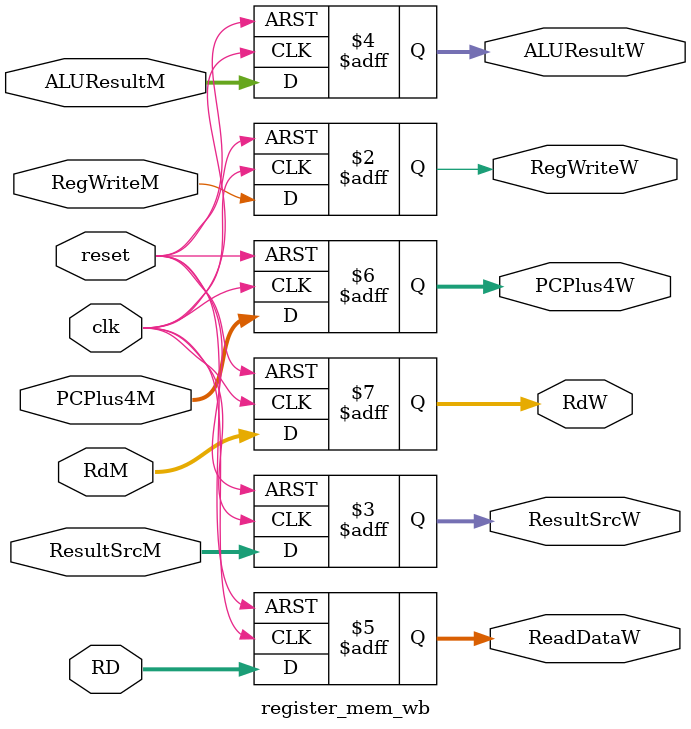
<source format=sv>
module register_mem_wb (
    input  logic        clk,
    input  logic        reset,

    // Entradas desde MEM
    input  logic        RegWriteM,
    input  logic [1:0]  ResultSrcM,
    input  logic [31:0] ALUResultM,
    input  logic [31:0] RD,            // Read Data desde Data Memory
    input  logic [31:0] PCPlus4M,
    input  logic [4:0]  RdM,

    // Salidas hacia WB
    output logic        RegWriteW,
    output logic [1:0]  ResultSrcW,
    output logic [31:0] ALUResultW,
    output logic [31:0] ReadDataW,
    output logic [31:0] PCPlus4W,
    output logic [4:0]  RdW
);

    always_ff @(posedge clk or posedge reset) begin
        if (reset) begin
            RegWriteW   <= 1'b0;
            ResultSrcW  <= 2'b00;
            ALUResultW  <= 32'b0;
            ReadDataW   <= 32'b0;
            PCPlus4W    <= 32'b0;
            RdW         <= 5'b0;
        end else begin
            RegWriteW   <= RegWriteM;
            ResultSrcW  <= ResultSrcM;
            ALUResultW  <= ALUResultM;
            ReadDataW   <= RD;
            PCPlus4W    <= PCPlus4M;
            RdW         <= RdM;
        end
    end

endmodule

</source>
